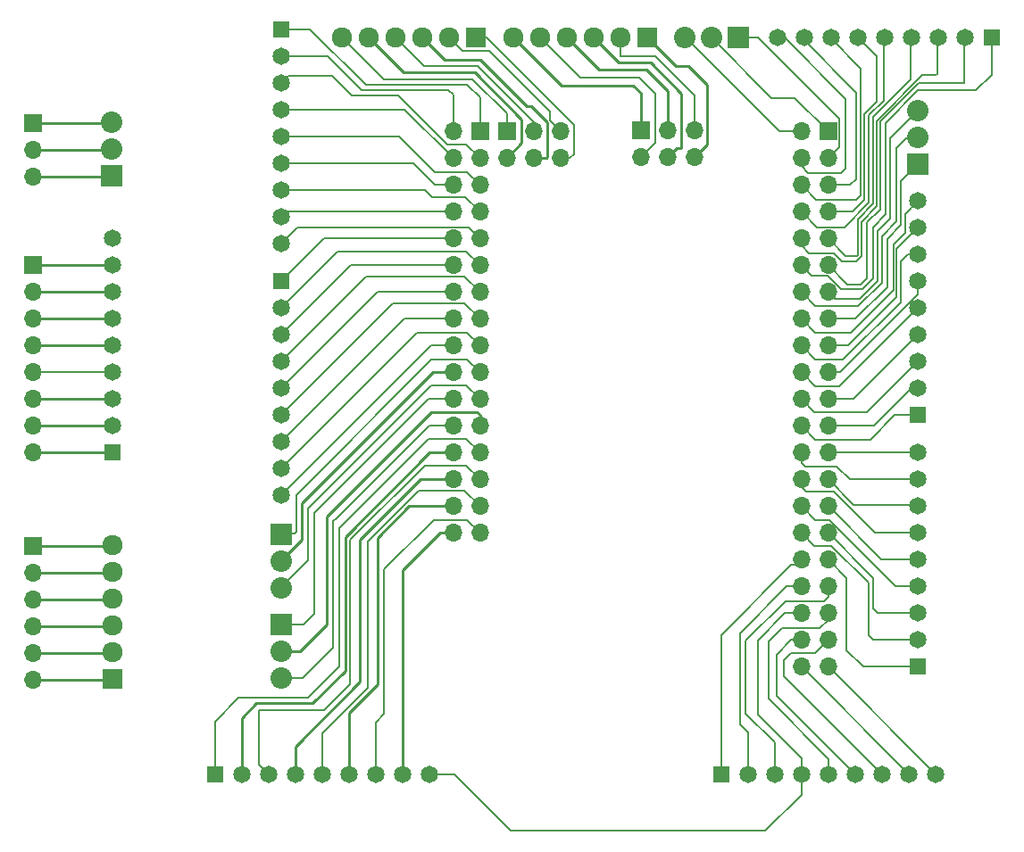
<source format=gbr>
%TF.GenerationSoftware,KiCad,Pcbnew,(6.0.9)*%
%TF.CreationDate,2023-02-05T01:27:45+02:00*%
%TF.ProjectId,Mega pro pins,4d656761-2070-4726-9f20-70696e732e6b,rev?*%
%TF.SameCoordinates,Original*%
%TF.FileFunction,Copper,L1,Top*%
%TF.FilePolarity,Positive*%
%FSLAX46Y46*%
G04 Gerber Fmt 4.6, Leading zero omitted, Abs format (unit mm)*
G04 Created by KiCad (PCBNEW (6.0.9)) date 2023-02-05 01:27:45*
%MOMM*%
%LPD*%
G01*
G04 APERTURE LIST*
%TA.AperFunction,ComponentPad*%
%ADD10R,1.650000X1.650000*%
%TD*%
%TA.AperFunction,ComponentPad*%
%ADD11C,1.650000*%
%TD*%
%TA.AperFunction,ComponentPad*%
%ADD12R,1.920000X1.920000*%
%TD*%
%TA.AperFunction,ComponentPad*%
%ADD13C,1.920000*%
%TD*%
%TA.AperFunction,ComponentPad*%
%ADD14R,2.040000X2.040000*%
%TD*%
%TA.AperFunction,ComponentPad*%
%ADD15C,2.040000*%
%TD*%
%TA.AperFunction,ComponentPad*%
%ADD16R,1.700000X1.700000*%
%TD*%
%TA.AperFunction,ComponentPad*%
%ADD17O,1.700000X1.700000*%
%TD*%
%TA.AperFunction,Conductor*%
%ADD18C,0.200000*%
%TD*%
%TA.AperFunction,Conductor*%
%ADD19C,0.250000*%
%TD*%
G04 APERTURE END LIST*
D10*
%TO.P,J6,1,1*%
%TO.N,N/C*%
X113588800Y-85696400D03*
D11*
%TO.P,J6,2,2*%
X113588800Y-88236400D03*
%TO.P,J6,3,3*%
X113588800Y-90776400D03*
%TO.P,J6,4,4*%
X113588800Y-93316400D03*
%TO.P,J6,5,5*%
X113588800Y-95856400D03*
%TO.P,J6,6,6*%
X113588800Y-98396400D03*
%TO.P,J6,7,7*%
X113588800Y-100936400D03*
%TO.P,J6,8,8*%
X113588800Y-103476400D03*
%TO.P,J6,9,9*%
X113588800Y-106016400D03*
%TD*%
D10*
%TO.P,J9,1,1*%
%TO.N,N/C*%
X97586800Y-125857000D03*
D11*
%TO.P,J9,2,2*%
X97586800Y-123317000D03*
%TO.P,J9,3,3*%
X97586800Y-120777000D03*
%TO.P,J9,4,4*%
X97586800Y-118237000D03*
%TO.P,J9,5,5*%
X97586800Y-115697000D03*
%TO.P,J9,6,6*%
X97586800Y-113157000D03*
%TO.P,J9,7,7*%
X97586800Y-110617000D03*
%TO.P,J9,8,8*%
X97586800Y-108077000D03*
%TO.P,J9,9,9*%
X97586800Y-105537000D03*
%TD*%
D12*
%TO.P,J2,1,1*%
%TO.N,N/C*%
X148310600Y-86534600D03*
D13*
%TO.P,J2,2,2*%
X145770600Y-86534600D03*
%TO.P,J2,3,3*%
X143230600Y-86534600D03*
%TO.P,J2,4,4*%
X140690600Y-86534600D03*
%TO.P,J2,5,5*%
X138150600Y-86534600D03*
%TO.P,J2,6,6*%
X135610600Y-86534600D03*
%TD*%
D14*
%TO.P,J3,1,1*%
%TO.N,N/C*%
X156921300Y-86534600D03*
D15*
%TO.P,J3,2,2*%
X154381300Y-86534600D03*
%TO.P,J3,3,3*%
X151841300Y-86534600D03*
%TD*%
D16*
%TO.P,18,1*%
%TO.N,N/C*%
X90068400Y-108102400D03*
D17*
%TO.P,18,2*%
X90068400Y-110642400D03*
%TO.P,18,3*%
X90068400Y-113182400D03*
%TO.P,18,4*%
X90068400Y-115722400D03*
%TO.P,18,5*%
X90068400Y-118262400D03*
%TO.P,18,6*%
X90068400Y-120802400D03*
%TO.P,18,7*%
X90068400Y-123342400D03*
%TO.P,18,8*%
X90068400Y-125882400D03*
%TD*%
D12*
%TO.P,J1,1,1*%
%TO.N,N/C*%
X132031700Y-86534600D03*
D13*
%TO.P,J1,2,2*%
X129491700Y-86534600D03*
%TO.P,J1,3,3*%
X126951700Y-86534600D03*
%TO.P,J1,4,4*%
X124411700Y-86534600D03*
%TO.P,J1,5,5*%
X121871700Y-86534600D03*
%TO.P,J1,6,6*%
X119331700Y-86534600D03*
%TD*%
D14*
%TO.P,J7,1,1*%
%TO.N,N/C*%
X173913800Y-98523500D03*
D15*
%TO.P,J7,2,2*%
X173913800Y-95983500D03*
%TO.P,J7,3,3*%
X173913800Y-93443500D03*
%TD*%
D10*
%TO.P,J16,1,1*%
%TO.N,N/C*%
X155295600Y-156418500D03*
D11*
%TO.P,J16,2,2*%
X157835600Y-156418500D03*
%TO.P,J16,3,3*%
X160375600Y-156418500D03*
%TO.P,J16,4,4*%
X162915600Y-156418500D03*
%TO.P,J16,5,5*%
X165455600Y-156418500D03*
%TO.P,J16,6,6*%
X167995600Y-156418500D03*
%TO.P,J16,7,7*%
X170535600Y-156418500D03*
%TO.P,J16,8,8*%
X173075600Y-156418500D03*
%TO.P,J16,9,9*%
X175615600Y-156418500D03*
%TD*%
D14*
%TO.P,J5,1,1*%
%TO.N,N/C*%
X97500000Y-99611500D03*
D15*
%TO.P,J5,2,2*%
X97500000Y-97071500D03*
%TO.P,J5,3,3*%
X97500000Y-94531500D03*
%TD*%
D16*
%TO.P,13,1*%
%TO.N,N/C*%
X134950200Y-95377000D03*
D17*
%TO.P,13,2*%
X134950200Y-97917000D03*
%TO.P,13,3*%
X137490200Y-95377000D03*
%TO.P,13,4*%
X137490200Y-97917000D03*
%TO.P,13,5*%
X140030200Y-95377000D03*
%TO.P,13,6*%
X140030200Y-97917000D03*
%TD*%
D12*
%TO.P,J13,1,1*%
%TO.N,N/C*%
X97586800Y-147396200D03*
D13*
%TO.P,J13,2,2*%
X97586800Y-144856200D03*
%TO.P,J13,3,3*%
X97586800Y-142316200D03*
%TO.P,J13,4,4*%
X97586800Y-139776200D03*
%TO.P,J13,5,5*%
X97586800Y-137236200D03*
%TO.P,J13,6,6*%
X97586800Y-134696200D03*
%TD*%
D10*
%TO.P,J10,1,1*%
%TO.N,N/C*%
X113588800Y-109597800D03*
D11*
%TO.P,J10,2,2*%
X113588800Y-112137800D03*
%TO.P,J10,3,3*%
X113588800Y-114677800D03*
%TO.P,J10,4,4*%
X113588800Y-117217800D03*
%TO.P,J10,5,5*%
X113588800Y-119757800D03*
%TO.P,J10,6,6*%
X113588800Y-122297800D03*
%TO.P,J10,7,7*%
X113588800Y-124837800D03*
%TO.P,J10,8,8*%
X113588800Y-127377800D03*
%TO.P,J10,9,9*%
X113588800Y-129917800D03*
%TD*%
D10*
%TO.P,J8,1,1*%
%TO.N,N/C*%
X173913800Y-122348600D03*
D11*
%TO.P,J8,2,2*%
X173913800Y-119808600D03*
%TO.P,J8,3,3*%
X173913800Y-117268600D03*
%TO.P,J8,4,4*%
X173913800Y-114728600D03*
%TO.P,J8,5,5*%
X173913800Y-112188600D03*
%TO.P,J8,6,6*%
X173913800Y-109648600D03*
%TO.P,J8,7,7*%
X173913800Y-107108600D03*
%TO.P,J8,8,8*%
X173913800Y-104568600D03*
%TO.P,J8,9,9*%
X173913800Y-102028600D03*
%TD*%
D14*
%TO.P,J11,1,1*%
%TO.N,N/C*%
X113588800Y-133626100D03*
D15*
%TO.P,J11,2,2*%
X113588800Y-136166100D03*
%TO.P,J11,3,3*%
X113588800Y-138706100D03*
%TD*%
D16*
%TO.P,14,1*%
%TO.N,N/C*%
X165500000Y-95400000D03*
D17*
%TO.P,14,2*%
X162960000Y-95400000D03*
%TO.P,14,3*%
X165500000Y-97940000D03*
%TO.P,14,4*%
X162960000Y-97940000D03*
%TO.P,14,5*%
X165500000Y-100480000D03*
%TO.P,14,6*%
X162960000Y-100480000D03*
%TO.P,14,7*%
X165500000Y-103020000D03*
%TO.P,14,8*%
X162960000Y-103020000D03*
%TO.P,14,9*%
X165500000Y-105560000D03*
%TO.P,14,10*%
X162960000Y-105560000D03*
%TO.P,14,11*%
X165500000Y-108100000D03*
%TO.P,14,12*%
X162960000Y-108100000D03*
%TO.P,14,13*%
X165500000Y-110640000D03*
%TO.P,14,14*%
X162960000Y-110640000D03*
%TO.P,14,15*%
X165500000Y-113180000D03*
%TO.P,14,16*%
X162960000Y-113180000D03*
%TO.P,14,17*%
X165500000Y-115720000D03*
%TO.P,14,18*%
X162960000Y-115720000D03*
%TO.P,14,19*%
X165500000Y-118260000D03*
%TO.P,14,20*%
X162960000Y-118260000D03*
%TO.P,14,21*%
X165500000Y-120800000D03*
%TO.P,14,22*%
X162960000Y-120800000D03*
%TO.P,14,23*%
X165500000Y-123340000D03*
%TO.P,14,24*%
X162960000Y-123340000D03*
%TO.P,14,25*%
X165500000Y-125880000D03*
%TO.P,14,26*%
X162960000Y-125880000D03*
%TO.P,14,27*%
X165500000Y-128420000D03*
%TO.P,14,28*%
X162960000Y-128420000D03*
%TO.P,14,29*%
X165500000Y-130960000D03*
%TO.P,14,30*%
X162960000Y-130960000D03*
%TO.P,14,31*%
X165500000Y-133500000D03*
%TO.P,14,32*%
X162960000Y-133500000D03*
%TO.P,14,33*%
X165500000Y-136040000D03*
%TO.P,14,34*%
X162960000Y-136040000D03*
%TO.P,14,35*%
X165500000Y-138580000D03*
%TO.P,14,36*%
X162960000Y-138580000D03*
%TO.P,14,37*%
X165500000Y-141120000D03*
%TO.P,14,38*%
X162960000Y-141120000D03*
%TO.P,14,39*%
X165500000Y-143660000D03*
%TO.P,14,40*%
X162960000Y-143660000D03*
%TO.P,14,41*%
X165500000Y-146200000D03*
%TO.P,14,42*%
X162960000Y-146200000D03*
%TD*%
D16*
%TO.P,16,1*%
%TO.N,N/C*%
X90063200Y-94600000D03*
D17*
%TO.P,16,2*%
X90063200Y-97140000D03*
%TO.P,16,3*%
X90063200Y-99680000D03*
%TD*%
D10*
%TO.P,J15,1,1*%
%TO.N,N/C*%
X107264200Y-156435400D03*
D11*
%TO.P,J15,2,2*%
X109804200Y-156435400D03*
%TO.P,J15,3,3*%
X112344200Y-156435400D03*
%TO.P,J15,4,4*%
X114884200Y-156435400D03*
%TO.P,J15,5,5*%
X117424200Y-156435400D03*
%TO.P,J15,6,6*%
X119964200Y-156435400D03*
%TO.P,J15,7,7*%
X122504200Y-156435400D03*
%TO.P,J15,8,8*%
X125044200Y-156435400D03*
%TO.P,J15,9,9*%
X127584200Y-156435400D03*
%TD*%
D16*
%TO.P,12,1*%
%TO.N,N/C*%
X132410200Y-95427800D03*
D17*
%TO.P,12,2*%
X129870200Y-95427800D03*
%TO.P,12,3*%
X132410200Y-97967800D03*
%TO.P,12,4*%
X129870200Y-97967800D03*
%TO.P,12,5*%
X132410200Y-100507800D03*
%TO.P,12,6*%
X129870200Y-100507800D03*
%TO.P,12,7*%
X132410200Y-103047800D03*
%TO.P,12,8*%
X129870200Y-103047800D03*
%TO.P,12,9*%
X132410200Y-105587800D03*
%TO.P,12,10*%
X129870200Y-105587800D03*
%TO.P,12,11*%
X132410200Y-108127800D03*
%TO.P,12,12*%
X129870200Y-108127800D03*
%TO.P,12,13*%
X132410200Y-110667800D03*
%TO.P,12,14*%
X129870200Y-110667800D03*
%TO.P,12,15*%
X132410200Y-113207800D03*
%TO.P,12,16*%
X129870200Y-113207800D03*
%TO.P,12,17*%
X132410200Y-115747800D03*
%TO.P,12,18*%
X129870200Y-115747800D03*
%TO.P,12,19*%
X132410200Y-118287800D03*
%TO.P,12,20*%
X129870200Y-118287800D03*
%TO.P,12,21*%
X132410200Y-120827800D03*
%TO.P,12,22*%
X129870200Y-120827800D03*
%TO.P,12,23*%
X132410200Y-123367800D03*
%TO.P,12,24*%
X129870200Y-123367800D03*
%TO.P,12,25*%
X132410200Y-125907800D03*
%TO.P,12,26*%
X129870200Y-125907800D03*
%TO.P,12,27*%
X132410200Y-128447800D03*
%TO.P,12,28*%
X129870200Y-128447800D03*
%TO.P,12,29*%
X132410200Y-130987800D03*
%TO.P,12,30*%
X129870200Y-130987800D03*
%TO.P,12,31*%
X132410200Y-133527800D03*
%TO.P,12,32*%
X129870200Y-133527800D03*
%TD*%
D10*
%TO.P,J12,1,1*%
%TO.N,N/C*%
X173913800Y-146224600D03*
D11*
%TO.P,J12,2,2*%
X173913800Y-143684600D03*
%TO.P,J12,3,3*%
X173913800Y-141144600D03*
%TO.P,J12,4,4*%
X173913800Y-138604600D03*
%TO.P,J12,5,5*%
X173913800Y-136064600D03*
%TO.P,J12,6,6*%
X173913800Y-133524600D03*
%TO.P,J12,7,7*%
X173913800Y-130984600D03*
%TO.P,J12,8,8*%
X173913800Y-128444600D03*
%TO.P,J12,9,9*%
X173913800Y-125904600D03*
%TD*%
D16*
%TO.P,19,1*%
%TO.N,N/C*%
X90068400Y-134747000D03*
D17*
%TO.P,19,2*%
X90068400Y-137287000D03*
%TO.P,19,3*%
X90068400Y-139827000D03*
%TO.P,19,4*%
X90068400Y-142367000D03*
%TO.P,19,5*%
X90068400Y-144907000D03*
%TO.P,19,6*%
X90068400Y-147447000D03*
%TD*%
D14*
%TO.P,J14,1,1*%
%TO.N,N/C*%
X113588800Y-142211400D03*
D15*
%TO.P,J14,2,2*%
X113588800Y-144751400D03*
%TO.P,J14,3,3*%
X113588800Y-147291400D03*
%TD*%
D16*
%TO.P,11,1*%
%TO.N,N/C*%
X147700000Y-95300000D03*
D17*
%TO.P,11,2*%
X147700000Y-97840000D03*
%TO.P,11,3*%
X150240000Y-95300000D03*
%TO.P,11,4*%
X150240000Y-97840000D03*
%TO.P,11,5*%
X152780000Y-95300000D03*
%TO.P,11,6*%
X152780000Y-97840000D03*
%TD*%
D10*
%TO.P,J4,1,1*%
%TO.N,N/C*%
X180924200Y-86512400D03*
D11*
%TO.P,J4,2,2*%
X178384200Y-86512400D03*
%TO.P,J4,3,3*%
X175844200Y-86512400D03*
%TO.P,J4,4,4*%
X173304200Y-86512400D03*
%TO.P,J4,5,5*%
X170764200Y-86512400D03*
%TO.P,J4,6,6*%
X168224200Y-86512400D03*
%TO.P,J4,7,7*%
X165684200Y-86512400D03*
%TO.P,J4,8,8*%
X163144200Y-86512400D03*
%TO.P,J4,9,9*%
X160604200Y-86512400D03*
%TD*%
D18*
%TO.N,*%
X113588800Y-88236400D02*
X117957600Y-88236400D01*
X165430200Y-95427800D02*
X162229800Y-92227400D01*
X166471600Y-96926400D02*
X166471600Y-94205400D01*
D19*
X127987400Y-118287800D02*
X129870200Y-118287800D01*
X152171400Y-89227000D02*
X153924000Y-90979600D01*
X97536000Y-137287000D02*
X97586800Y-137236200D01*
X146964400Y-91081200D02*
X147650200Y-91767000D01*
D18*
X165430200Y-138604600D02*
X165430200Y-138607800D01*
X114985800Y-133423000D02*
X114858800Y-133550000D01*
X127530200Y-120827800D02*
X116713000Y-131645000D01*
X178308000Y-90827200D02*
X178308000Y-86588600D01*
D19*
X90068400Y-120802400D02*
X97561400Y-120802400D01*
X151536400Y-97002600D02*
X151077400Y-97002600D01*
X90063200Y-97140000D02*
X97431500Y-97140000D01*
D18*
X149047200Y-91817800D02*
X147548600Y-90319200D01*
X132410200Y-110667800D02*
X130908400Y-109166000D01*
X139039600Y-93519600D02*
X133302400Y-87782400D01*
X160074100Y-92227400D02*
X154381300Y-86534600D01*
X160578800Y-149001700D02*
X167995600Y-156418500D01*
X115569900Y-147316900D02*
X113588800Y-147316900D01*
X127812800Y-117065400D02*
X114985800Y-129892400D01*
X118922800Y-106803800D02*
X113588800Y-112137800D01*
X132410200Y-97967800D02*
X131137000Y-96694600D01*
X131035400Y-101673000D02*
X127914400Y-101673000D01*
X129336800Y-96694600D02*
X124663200Y-92021000D01*
X120091200Y-134185000D02*
X120091200Y-147901000D01*
X122678800Y-110667800D02*
X113588800Y-119757800D01*
X175615600Y-156413200D02*
X175615600Y-156418500D01*
X126441200Y-114525400D02*
X113588800Y-127377800D01*
D19*
X151536400Y-91843200D02*
X151536400Y-97002600D01*
D18*
X121640600Y-109166000D02*
X113588800Y-117217800D01*
X165430200Y-100507800D02*
X167535200Y-100507800D01*
D19*
X131902200Y-89836600D02*
X136372600Y-94307000D01*
D18*
X129870200Y-91894000D02*
X129870200Y-95402400D01*
X132410200Y-115747800D02*
X131187800Y-114525400D01*
X172720000Y-103222400D02*
X173913800Y-102028600D01*
D19*
X138760200Y-97863000D02*
X138706200Y-97917000D01*
D18*
X163877600Y-109115200D02*
X165379400Y-109115200D01*
D19*
X97536000Y-134747000D02*
X97586800Y-134696200D01*
D18*
X160375600Y-156418500D02*
X160375600Y-153412800D01*
X131724400Y-90497000D02*
X123294100Y-90497000D01*
X167081200Y-98929800D02*
X166649400Y-99361600D01*
D19*
X109804200Y-151101400D02*
X111226600Y-149679000D01*
X117881400Y-142236800D02*
X117881400Y-132000600D01*
D18*
X132410200Y-105587800D02*
X131365600Y-104543200D01*
D19*
X90068400Y-110642400D02*
X97561400Y-110642400D01*
X126768200Y-128447800D02*
X129870200Y-128447800D01*
D18*
X169697400Y-143684600D02*
X173913800Y-143684600D01*
X131060800Y-127098400D02*
X127177800Y-127098400D01*
X175768000Y-89963600D02*
X175666400Y-90065200D01*
D19*
X90068400Y-134747000D02*
X97536000Y-134747000D01*
D18*
X174396400Y-90065200D02*
X170027600Y-94434000D01*
X168122600Y-99920400D02*
X168122600Y-91744800D01*
D19*
X97536000Y-144907000D02*
X97586800Y-144856200D01*
X115544600Y-130730600D02*
X127987400Y-118287800D01*
D18*
X164239600Y-144878400D02*
X161925000Y-144878400D01*
X159486600Y-161772600D02*
X135305800Y-161772600D01*
D19*
X113588800Y-136090000D02*
X115544600Y-134134200D01*
D18*
X122504200Y-151533200D02*
X122504200Y-156435400D01*
X126568200Y-129511400D02*
X121742200Y-134337400D01*
X173228000Y-90497000D02*
X173228000Y-86588600D01*
X129438400Y-91462200D02*
X129870200Y-91894000D01*
X168148000Y-107261000D02*
X168224200Y-107184800D01*
X132410200Y-100507800D02*
X131162400Y-99260000D01*
X134950200Y-93722800D02*
X131724400Y-90497000D01*
D19*
X97561400Y-120802400D02*
X97586800Y-120777000D01*
X114884200Y-156435400D02*
X114884200Y-153768400D01*
X90068400Y-147447000D02*
X97536000Y-147447000D01*
D18*
X117598800Y-105587800D02*
X113588800Y-109597800D01*
X129870200Y-105587800D02*
X117598800Y-105587800D01*
X128016000Y-132280000D02*
X123342400Y-136953600D01*
X116713000Y-131645000D02*
X116713000Y-141170000D01*
X120138800Y-108127800D02*
X113588800Y-114677800D01*
X132178400Y-89201600D02*
X127078700Y-89201600D01*
X132410200Y-113207800D02*
X130908400Y-111706000D01*
X157048200Y-151685600D02*
X157835600Y-152473000D01*
X118745000Y-132254600D02*
X118668800Y-132254600D01*
D19*
X136855200Y-93011600D02*
X137261600Y-93011600D01*
D18*
X167103400Y-107261000D02*
X168148000Y-107261000D01*
X140030200Y-95377000D02*
X139039600Y-94386400D01*
X119100600Y-146173800D02*
X116103400Y-149171000D01*
X158750000Y-150720400D02*
X162915600Y-154886000D01*
D19*
X132130800Y-122069200D02*
X132410200Y-122348600D01*
D18*
X169849800Y-133524600D02*
X165938200Y-129613000D01*
X164233200Y-117090800D02*
X166852600Y-117090800D01*
D19*
X136372600Y-94307000D02*
X136372600Y-96494600D01*
D18*
X116306600Y-85696400D02*
X113588800Y-85696400D01*
D19*
X125044200Y-156435400D02*
X125044200Y-137083800D01*
D18*
X132410200Y-103047800D02*
X131035400Y-101673000D01*
D19*
X143738600Y-89582600D02*
X148158200Y-89582600D01*
D18*
X161213800Y-147096700D02*
X170535600Y-156418500D01*
X132410200Y-118287800D02*
X131187800Y-117065400D01*
D19*
X90068400Y-137287000D02*
X97536000Y-137287000D01*
D18*
X127078700Y-89201600D02*
X124411700Y-86534600D01*
X145846800Y-88312600D02*
X145770600Y-88236400D01*
X168656000Y-110359800D02*
X169672000Y-109343800D01*
X165430200Y-125907800D02*
X173910600Y-125907800D01*
X171323000Y-103679600D02*
X171323000Y-96034300D01*
D19*
X117881400Y-132000600D02*
X127812800Y-122069200D01*
D18*
X165433400Y-138604600D02*
X165430200Y-138607800D01*
X165433400Y-136064600D02*
X165430200Y-136067800D01*
X166954200Y-104492400D02*
X169291000Y-102155600D01*
X170510200Y-109801000D02*
X170510200Y-105381400D01*
X170027600Y-92605200D02*
X168859200Y-93773600D01*
X125218800Y-93316400D02*
X129870200Y-97967800D01*
X127758800Y-115747800D02*
X113588800Y-129917800D01*
X168402000Y-111274200D02*
X170103800Y-109572400D01*
X167535200Y-100507800D02*
X168122600Y-99920400D01*
X145872200Y-88287200D02*
X145846800Y-88312600D01*
X162890200Y-110667800D02*
X164233200Y-112010800D01*
X161213800Y-145589600D02*
X161213800Y-147096700D01*
X129870200Y-95402400D02*
X129895600Y-95427800D01*
X116103400Y-149171000D02*
X109524800Y-149171000D01*
D19*
X97561400Y-113182400D02*
X97586800Y-113157000D01*
D18*
X168503600Y-101495200D02*
X168503600Y-89430200D01*
X180924200Y-90068400D02*
X180924200Y-86512400D01*
X166014400Y-106956200D02*
X163626800Y-106956200D01*
X163144200Y-86763200D02*
X163144200Y-86512400D01*
X130908400Y-109166000D02*
X121640600Y-109166000D01*
X131162400Y-132280000D02*
X128016000Y-132280000D01*
X173761400Y-130832200D02*
X173913800Y-130984600D01*
X130933800Y-129511400D02*
X126568200Y-129511400D01*
X147700000Y-97840000D02*
X149047200Y-96492800D01*
X170154600Y-141144600D02*
X169722800Y-140712800D01*
D19*
X153924000Y-90979600D02*
X153924000Y-96696000D01*
D18*
X113588800Y-93316400D02*
X125218800Y-93316400D01*
X114017400Y-103047800D02*
X113588800Y-103476400D01*
X173913800Y-133524600D02*
X169849800Y-133524600D01*
X173913800Y-110918600D02*
X173913800Y-109648600D01*
X165430200Y-146227800D02*
X175615600Y-156413200D01*
X169240200Y-138249000D02*
X169240200Y-143227400D01*
X140922400Y-97964600D02*
X140030200Y-97964600D01*
X116713000Y-141170000D02*
X115646100Y-142236900D01*
X170027600Y-88315800D02*
X170027600Y-92605200D01*
X172974000Y-107108600D02*
X173913800Y-107108600D01*
X165430200Y-128447800D02*
X167814600Y-130832200D01*
X111429800Y-155521000D02*
X112344200Y-156435400D01*
X129870200Y-110667800D02*
X122678800Y-110667800D01*
D19*
X153924000Y-96696000D02*
X152780000Y-97840000D01*
D18*
X173913800Y-128444600D02*
X167462200Y-128444600D01*
X158800800Y-86534600D02*
X156921300Y-86534600D01*
X166544600Y-118287800D02*
X173913800Y-110918600D01*
X164233200Y-119630800D02*
X166471600Y-119630800D01*
X161464600Y-138607800D02*
X157048200Y-143024200D01*
D19*
X119964200Y-150593400D02*
X122682000Y-147875600D01*
D18*
X158750000Y-143710000D02*
X158750000Y-150720400D01*
X129870200Y-108127800D02*
X120138800Y-108127800D01*
D19*
X132410200Y-122348600D02*
X132410200Y-123367800D01*
X128600200Y-133527800D02*
X129870200Y-133527800D01*
D18*
X170383200Y-102816000D02*
X170383200Y-94459400D01*
X164207800Y-132305400D02*
X165557200Y-132305400D01*
X124663200Y-92021000D02*
X120269000Y-92021000D01*
X170027600Y-94434000D02*
X170027600Y-102536600D01*
X121742200Y-148256600D02*
X117424200Y-152574600D01*
X131086200Y-106803800D02*
X118922800Y-106803800D01*
X157048200Y-143024200D02*
X157048200Y-151685600D01*
X120269000Y-92021000D02*
X118364000Y-90116000D01*
X165433400Y-133524600D02*
X165430200Y-133527800D01*
X168503600Y-89430200D02*
X165684200Y-86610800D01*
X162890200Y-113207800D02*
X164207800Y-114525400D01*
D19*
X137261600Y-93011600D02*
X138760200Y-94510200D01*
D18*
X170383200Y-94459400D02*
X174015400Y-90827200D01*
X172313600Y-111629800D02*
X172313600Y-107769000D01*
D19*
X122682000Y-133981800D02*
X125676000Y-130987800D01*
D18*
X155295600Y-156418500D02*
X155295600Y-143227400D01*
X162229800Y-92227400D02*
X160074100Y-92227400D01*
X137490200Y-94513400D02*
X132178400Y-89201600D01*
X129870200Y-123367800D02*
X127631800Y-123367800D01*
X160578800Y-145056200D02*
X160578800Y-149001700D01*
X157835600Y-152473000D02*
X157835600Y-156418500D01*
D19*
X90068400Y-144907000D02*
X97536000Y-144907000D01*
D18*
X173228000Y-86588600D02*
X173304200Y-86512400D01*
X168579800Y-107261000D02*
X168122600Y-107718200D01*
X165684200Y-86610800D02*
X165684200Y-86512400D01*
X162890200Y-138607800D02*
X161464600Y-138607800D01*
X125218800Y-113207800D02*
X113588800Y-124837800D01*
D19*
X125044200Y-137083800D02*
X128600200Y-133527800D01*
D18*
X163626800Y-106956200D02*
X162890200Y-106219600D01*
D19*
X97561400Y-123342400D02*
X97586800Y-123317000D01*
D18*
X165430200Y-108127800D02*
X167255800Y-109953400D01*
X131365600Y-104543200D02*
X115062000Y-104543200D01*
X165430200Y-143687800D02*
X164239600Y-144878400D01*
X147548600Y-90319200D02*
X141935200Y-90319200D01*
X164182400Y-124660000D02*
X169443400Y-124660000D01*
D19*
X116535200Y-149679000D02*
X119634000Y-146580200D01*
D18*
X149021800Y-88287200D02*
X145872200Y-88287200D01*
D19*
X90068400Y-113182400D02*
X97561400Y-113182400D01*
D18*
X132410200Y-108127800D02*
X131086200Y-106803800D01*
X117652800Y-150339400D02*
X111429800Y-150339400D01*
X145770600Y-88236400D02*
X145770600Y-86534600D01*
X118668800Y-132254600D02*
X118516400Y-132407000D01*
X166649400Y-99361600D02*
X163550600Y-99361600D01*
X132410200Y-95402400D02*
X132410200Y-92198800D01*
X123294100Y-90497000D02*
X119331700Y-86534600D01*
X132410200Y-120827800D02*
X131060800Y-119478400D01*
X132410200Y-133527800D02*
X131162400Y-132280000D01*
X129870200Y-115747800D02*
X127758800Y-115747800D01*
X165709600Y-134718400D02*
X169240200Y-138249000D01*
X159766000Y-143811600D02*
X161036000Y-142541600D01*
X129968600Y-156435400D02*
X127584200Y-156435400D01*
D19*
X138706200Y-97917000D02*
X137490200Y-97917000D01*
D18*
X161312200Y-141147800D02*
X158750000Y-143710000D01*
X118364000Y-90116000D02*
X114249200Y-90116000D01*
X90093800Y-118237000D02*
X90068400Y-118262400D01*
D19*
X115341300Y-144776900D02*
X117881400Y-142236800D01*
D18*
X135305800Y-161772600D02*
X129968600Y-156435400D01*
X172948500Y-95983500D02*
X173913800Y-95983500D01*
X109524800Y-149171000D02*
X107264200Y-151431600D01*
D19*
X121056400Y-147596200D02*
X121056400Y-134159600D01*
D18*
X161947200Y-143687800D02*
X160578800Y-145056200D01*
X165430200Y-115747800D02*
X167332000Y-115747800D01*
X162890200Y-103047800D02*
X164334800Y-104492400D01*
X168300400Y-112010800D02*
X170510200Y-109801000D01*
D19*
X90068400Y-139827000D02*
X97536000Y-139827000D01*
D18*
X168122600Y-91744800D02*
X167868600Y-91490800D01*
X168859200Y-101927000D02*
X167738400Y-103047800D01*
X157632400Y-150669600D02*
X157632400Y-143710000D01*
X162890200Y-100507800D02*
X164258600Y-101876200D01*
X168224200Y-103755800D02*
X169697400Y-102282600D01*
D19*
X122682000Y-147875600D02*
X122682000Y-133981800D01*
D18*
X165433400Y-130984600D02*
X165430200Y-130987800D01*
X179479600Y-91513000D02*
X180924200Y-90068400D01*
X127914400Y-101673000D02*
X127177800Y-100936400D01*
X165430200Y-105587800D02*
X167103400Y-107261000D01*
X162890200Y-133527800D02*
X164080800Y-134718400D01*
X171907200Y-111172600D02*
X171907200Y-106575200D01*
X163322000Y-129613000D02*
X162890200Y-129181200D01*
X165379400Y-109115200D02*
X166624000Y-110359800D01*
X173910600Y-125907800D02*
X173913800Y-125904600D01*
X165430200Y-120827800D02*
X167814600Y-120827800D01*
D19*
X140690600Y-86534600D02*
X143738600Y-89582600D01*
D18*
X173913800Y-136064600D02*
X170507000Y-136064600D01*
D19*
X148158200Y-89582600D02*
X150190200Y-91614600D01*
D18*
X160604200Y-86512400D02*
X161290000Y-86512400D01*
X168017800Y-113207800D02*
X171018200Y-110207400D01*
X132031700Y-86537100D02*
X133022300Y-86537100D01*
X114985800Y-129892400D02*
X114985800Y-133423000D01*
X162915600Y-158343600D02*
X159486600Y-161772600D01*
X118516400Y-144370400D02*
X115569900Y-147316900D01*
X169697400Y-102282600D02*
X169697400Y-94027600D01*
X172313600Y-104314600D02*
X172313600Y-100123700D01*
X151841300Y-86534600D02*
X151942800Y-86534600D01*
X152780000Y-95300000D02*
X152730200Y-95250200D01*
X131137000Y-96694600D02*
X129336800Y-96694600D01*
X164233200Y-112010800D02*
X168300400Y-112010800D01*
X171932600Y-103959000D02*
X171932600Y-96999400D01*
X165938200Y-129613000D02*
X163322000Y-129613000D01*
X168224200Y-86512400D02*
X170027600Y-88315800D01*
X165455600Y-154962200D02*
X159766000Y-149272600D01*
X169138600Y-122043800D02*
X173913800Y-117268600D01*
D19*
X127812800Y-122069200D02*
X132130800Y-122069200D01*
D18*
X171018200Y-105610000D02*
X172313600Y-104314600D01*
X167868600Y-91487600D02*
X163144200Y-86763200D01*
X162890200Y-115747800D02*
X164233200Y-117090800D01*
D19*
X135610600Y-86534600D02*
X140157200Y-91081200D01*
D18*
X132410200Y-92198800D02*
X131191000Y-90979600D01*
X169240200Y-143227400D02*
X169697400Y-143684600D01*
X173355000Y-119808600D02*
X173913800Y-119808600D01*
X127177800Y-127098400D02*
X120091200Y-134185000D01*
X164642800Y-142541600D02*
X165430200Y-141754200D01*
X149047200Y-96492800D02*
X149047200Y-91817800D01*
X127177800Y-100936400D02*
X113588800Y-100936400D01*
X107264200Y-151431600D02*
X107264200Y-156435400D01*
X127533400Y-124634600D02*
X119100600Y-133067400D01*
X170891200Y-103273200D02*
X170891200Y-94586400D01*
X164258600Y-101876200D02*
X168122600Y-101876200D01*
X175666400Y-90065200D02*
X174396400Y-90065200D01*
X170891200Y-94586400D02*
X173964600Y-91513000D01*
X173075600Y-156413200D02*
X173075600Y-156418500D01*
X168224200Y-107184800D02*
X168224200Y-103755800D01*
X134950200Y-95377000D02*
X134950200Y-93722800D01*
X162915600Y-154886000D02*
X162915600Y-156418500D01*
X113588800Y-98396400D02*
X126060200Y-98396400D01*
X131137000Y-124634600D02*
X127533400Y-124634600D01*
X164334800Y-104492400D02*
X166954200Y-104492400D01*
X172720000Y-105025800D02*
X172720000Y-103222400D01*
D19*
X132461000Y-88617400D02*
X136855200Y-93011600D01*
X148310600Y-86534600D02*
X151003000Y-89227000D01*
D18*
X121183400Y-91462200D02*
X129438400Y-91462200D01*
D19*
X97561400Y-125882400D02*
X97586800Y-125857000D01*
D18*
X168122600Y-107718200D02*
X166776400Y-107718200D01*
X168859200Y-93773600D02*
X168859200Y-101927000D01*
X132410200Y-128447800D02*
X131060800Y-127098400D01*
X114249200Y-90116000D02*
X113588800Y-90776400D01*
X166471600Y-119630800D02*
X173913800Y-112188600D01*
X132410200Y-125907800D02*
X131137000Y-124634600D01*
X161925000Y-144878400D02*
X161213800Y-145589600D01*
D19*
X143230600Y-86534600D02*
X145592800Y-88896800D01*
D18*
X165023800Y-139976200D02*
X165430200Y-139569800D01*
D19*
X97561400Y-115722400D02*
X97586800Y-115697000D01*
D18*
X126060200Y-98396400D02*
X128171600Y-100507800D01*
X167462200Y-128444600D02*
X166268400Y-127250800D01*
X116078000Y-131162400D02*
X116078000Y-136140800D01*
X167738400Y-103047800D02*
X165430200Y-103047800D01*
X170507000Y-136064600D02*
X165430200Y-130987800D01*
D19*
X109804200Y-156435400D02*
X109804200Y-151101400D01*
D18*
X123342400Y-136953600D02*
X123342400Y-150695000D01*
X119100600Y-133067400D02*
X119100600Y-146173800D01*
D19*
X115544600Y-134134200D02*
X115544600Y-130730600D01*
D18*
X128171600Y-100507800D02*
X129870200Y-100507800D01*
D19*
X97536000Y-142367000D02*
X97586800Y-142316200D01*
X138760200Y-94510200D02*
X138760200Y-97863000D01*
X150190200Y-95250200D02*
X150240000Y-95300000D01*
D18*
X162890200Y-146227800D02*
X173075600Y-156413200D01*
X169138600Y-104060600D02*
X170383200Y-102816000D01*
X175768000Y-86588600D02*
X175768000Y-89963600D01*
X171627800Y-106118000D02*
X172720000Y-105025800D01*
X131622800Y-87782400D02*
X131619600Y-87779200D01*
X130908400Y-111706000D02*
X124180600Y-111706000D01*
X169697400Y-94027600D02*
X173228000Y-90497000D01*
X165430200Y-136067800D02*
X167157400Y-137795000D01*
X171627800Y-110461400D02*
X171627800Y-106118000D01*
X162890200Y-126869800D02*
X162890200Y-125907800D01*
D19*
X90063200Y-94600000D02*
X97431500Y-94600000D01*
X151077400Y-97002600D02*
X150240000Y-97840000D01*
D18*
X167255800Y-109953400D02*
X168554400Y-109953400D01*
X167814600Y-130832200D02*
X173761400Y-130832200D01*
X133302400Y-87782400D02*
X131622800Y-87782400D01*
X178308000Y-86588600D02*
X178384200Y-86512400D01*
X123342400Y-150695000D02*
X122504200Y-151533200D01*
D19*
X129034500Y-88617400D02*
X132461000Y-88617400D01*
D18*
X170027600Y-102536600D02*
X168579800Y-103984400D01*
X170688000Y-92478200D02*
X170688000Y-86588600D01*
D19*
X90068400Y-108102400D02*
X97561400Y-108102400D01*
D18*
X162890200Y-108124600D02*
X162890200Y-108127800D01*
X117957600Y-88236400D02*
X121183400Y-91462200D01*
X167081200Y-92303600D02*
X167081200Y-98929800D01*
D19*
X97561400Y-110642400D02*
X97586800Y-110617000D01*
D18*
X169291000Y-102155600D02*
X169291000Y-93875200D01*
D19*
X114884200Y-153768400D02*
X121056400Y-147596200D01*
D18*
X167157400Y-137795000D02*
X167157400Y-144649800D01*
X169672000Y-104492400D02*
X170891200Y-103273200D01*
X162890200Y-143687800D02*
X161947200Y-143687800D01*
X168579800Y-103984400D02*
X168579800Y-107261000D01*
X124714000Y-95856400D02*
X113588800Y-95856400D01*
X129870200Y-120827800D02*
X127530200Y-120827800D01*
D19*
X97431500Y-97140000D02*
X97500000Y-97071500D01*
D18*
X162890200Y-130987800D02*
X164207800Y-132305400D01*
X165430200Y-139569800D02*
X165430200Y-138607800D01*
X162890200Y-129181200D02*
X162890200Y-128447800D01*
X166776400Y-107718200D02*
X166014400Y-106956200D01*
X160375600Y-153412800D02*
X157632400Y-150669600D01*
D19*
X119634000Y-133905600D02*
X127631800Y-125907800D01*
X90068400Y-115722400D02*
X97561400Y-115722400D01*
D18*
X131060800Y-119478400D02*
X127762000Y-119478400D01*
X163550600Y-99361600D02*
X162890200Y-98701200D01*
X162890200Y-141147800D02*
X161312200Y-141147800D01*
X161290000Y-86512400D02*
X167081200Y-92303600D01*
D19*
X126951700Y-86534600D02*
X129034500Y-88617400D01*
X97561400Y-108102400D02*
X97586800Y-108077000D01*
X148590000Y-88896800D02*
X151536400Y-91843200D01*
D18*
X168732200Y-146224600D02*
X173913800Y-146224600D01*
X171907200Y-106575200D02*
X173913800Y-104568600D01*
D19*
X113588800Y-144776900D02*
X115341300Y-144776900D01*
D18*
X124180600Y-111706000D02*
X113588800Y-122297800D01*
X133022300Y-86537100D02*
X141300200Y-94815000D01*
X132410200Y-130987800D02*
X130933800Y-129511400D01*
D19*
X147650200Y-95250200D02*
X147700000Y-95300000D01*
D18*
X162915600Y-156418500D02*
X162915600Y-158343600D01*
X165557200Y-132305400D02*
X171856400Y-138604600D01*
X172313600Y-100123700D02*
X173913800Y-98523500D01*
X175844200Y-86512400D02*
X175768000Y-86588600D01*
D19*
X90068400Y-142367000D02*
X97536000Y-142367000D01*
D18*
X161036000Y-142541600D02*
X164642800Y-142541600D01*
X169138600Y-109369200D02*
X169138600Y-104060600D01*
X166624000Y-110359800D02*
X168656000Y-110359800D01*
X165430200Y-97967800D02*
X166471600Y-96926400D01*
X167563800Y-114525400D02*
X171627800Y-110461400D01*
X169672000Y-109343800D02*
X169672000Y-104492400D01*
X114858800Y-133550000D02*
X113588800Y-133550000D01*
D19*
X151003000Y-89227000D02*
X152171400Y-89227000D01*
X125173700Y-89836600D02*
X131902200Y-89836600D01*
D18*
X165430200Y-118287800D02*
X166544600Y-118287800D01*
X169291000Y-93875200D02*
X170688000Y-92478200D01*
X171754800Y-122348600D02*
X173913800Y-122348600D01*
D19*
X121871700Y-86534600D02*
X125173700Y-89836600D01*
D18*
X165430200Y-141754200D02*
X165430200Y-141147800D01*
X166268400Y-127250800D02*
X163271200Y-127250800D01*
X167157400Y-144649800D02*
X168732200Y-146224600D01*
X120091200Y-147901000D02*
X117652800Y-150339400D01*
X161950400Y-136572600D02*
X162385400Y-136572600D01*
X167814600Y-120827800D02*
X173913800Y-114728600D01*
X164207800Y-114525400D02*
X167563800Y-114525400D01*
X139039600Y-94386400D02*
X139039600Y-93519600D01*
X169443400Y-124660000D02*
X171754800Y-122348600D01*
D19*
X111226600Y-149679000D02*
X116535200Y-149679000D01*
X97536000Y-147447000D02*
X97586800Y-147396200D01*
X147650200Y-91767000D02*
X147650200Y-95250200D01*
X121056400Y-134159600D02*
X126768200Y-128447800D01*
D18*
X165430200Y-123367800D02*
X169795800Y-123367800D01*
X165430200Y-110667800D02*
X166036600Y-111274200D01*
X171018200Y-110207400D02*
X171018200Y-105610000D01*
X152730200Y-91995600D02*
X149021800Y-88287200D01*
X165433400Y-128444600D02*
X165430200Y-128447800D01*
X111429800Y-150339400D02*
X111429800Y-155521000D01*
X115646100Y-142236900D02*
X113588800Y-142236900D01*
X152730200Y-95250200D02*
X152730200Y-91995600D01*
D19*
X90068400Y-123342400D02*
X97561400Y-123342400D01*
D18*
X129870200Y-103047800D02*
X114017400Y-103047800D01*
X141300200Y-97586800D02*
X140922400Y-97964600D01*
D19*
X145592800Y-88896800D02*
X148590000Y-88896800D01*
D18*
X157632400Y-143710000D02*
X161366200Y-139976200D01*
X162890200Y-118287800D02*
X164233200Y-119630800D01*
X131619600Y-87779200D02*
X130736300Y-87779200D01*
X170688000Y-86588600D02*
X170764200Y-86512400D01*
X169722800Y-140712800D02*
X169722800Y-137817200D01*
X169795800Y-123367800D02*
X173355000Y-119808600D01*
X141300200Y-94815000D02*
X141300200Y-97586800D01*
D19*
X97431500Y-94600000D02*
X97500000Y-94531500D01*
D18*
X128117600Y-99260000D02*
X124714000Y-95856400D01*
D19*
X90063200Y-99680000D02*
X97431500Y-99680000D01*
D18*
X162385400Y-136572600D02*
X162890200Y-136067800D01*
D19*
X97431500Y-99680000D02*
X97500000Y-99611500D01*
D18*
X171856400Y-138604600D02*
X173913800Y-138604600D01*
X162890200Y-106219600D02*
X162890200Y-105587800D01*
X141935200Y-90319200D02*
X138150600Y-86534600D01*
X170103800Y-104898800D02*
X171323000Y-103679600D01*
X161366200Y-139976200D02*
X165023800Y-139976200D01*
X127631800Y-123367800D02*
X118745000Y-132254600D01*
X164106200Y-122043800D02*
X169138600Y-122043800D01*
X129870200Y-113207800D02*
X125218800Y-113207800D01*
D19*
X119964200Y-156435400D02*
X119964200Y-150593400D01*
D18*
X169392600Y-137487000D02*
X169389400Y-137487000D01*
X131162400Y-99260000D02*
X128117600Y-99260000D01*
X170103800Y-109572400D02*
X170103800Y-104898800D01*
X137490200Y-95377000D02*
X137490200Y-94513400D01*
X164080800Y-134718400D02*
X165709600Y-134718400D01*
D19*
X150190200Y-91614600D02*
X150190200Y-95250200D01*
D18*
X151942800Y-86534600D02*
X160836000Y-95427800D01*
X168554400Y-109953400D02*
X169138600Y-109369200D01*
X121742200Y-134337400D02*
X121742200Y-148256600D01*
X169722800Y-137817200D02*
X169392600Y-137487000D01*
X167332000Y-115747800D02*
X171907200Y-111172600D01*
X132031700Y-86534600D02*
X132031700Y-86537100D01*
X166471600Y-94205400D02*
X158800800Y-86534600D01*
X117424200Y-152574600D02*
X117424200Y-156435400D01*
X159766000Y-149272600D02*
X159766000Y-143811600D01*
D19*
X140157200Y-91081200D02*
X146964400Y-91081200D01*
D18*
X162890200Y-108127800D02*
X163877600Y-109115200D01*
X169389400Y-137487000D02*
X165430200Y-133527800D01*
X115062000Y-104543200D02*
X113588800Y-106016400D01*
X166036600Y-111274200D02*
X168402000Y-111274200D01*
X162890200Y-120827800D02*
X164106200Y-122043800D01*
X118516400Y-132407000D02*
X118516400Y-144370400D01*
D19*
X119634000Y-146580200D02*
X119634000Y-133905600D01*
D18*
X170510200Y-105381400D02*
X171932600Y-103959000D01*
D19*
X97536000Y-139827000D02*
X97586800Y-139776200D01*
D18*
X165430200Y-113207800D02*
X168017800Y-113207800D01*
X97586800Y-118237000D02*
X90093800Y-118237000D01*
X173913800Y-141144600D02*
X170154600Y-141144600D01*
D19*
X125676000Y-130987800D02*
X129870200Y-130987800D01*
D18*
X162890200Y-98701200D02*
X162890200Y-97967800D01*
X131187800Y-117065400D02*
X127812800Y-117065400D01*
X171323000Y-96034300D02*
X173913800Y-93443500D01*
X127762000Y-119478400D02*
X116078000Y-131162400D01*
X174015400Y-90827200D02*
X178308000Y-90827200D01*
X131191000Y-90979600D02*
X121589800Y-90979600D01*
X168122600Y-101876200D02*
X168503600Y-101495200D01*
X165455600Y-156418500D02*
X165455600Y-154962200D01*
D19*
X127631800Y-125907800D02*
X129870200Y-125907800D01*
D18*
X116078000Y-136140800D02*
X113588800Y-138630000D01*
X173964600Y-91513000D02*
X179479600Y-91513000D01*
X160836000Y-95427800D02*
X162890200Y-95427800D01*
D19*
X90068400Y-125882400D02*
X97561400Y-125882400D01*
D18*
X171932600Y-96999400D02*
X172948500Y-95983500D01*
D19*
X136372600Y-96494600D02*
X134950200Y-97917000D01*
D18*
X121589800Y-90979600D02*
X116306600Y-85696400D01*
X130736300Y-87779200D02*
X129491700Y-86534600D01*
X162890200Y-123367800D02*
X164182400Y-124660000D01*
X166852600Y-117090800D02*
X172313600Y-111629800D01*
X155295600Y-143227400D02*
X161950400Y-136572600D01*
X163271200Y-127250800D02*
X162890200Y-126869800D01*
X131187800Y-114525400D02*
X126441200Y-114525400D01*
X172313600Y-107769000D02*
X172974000Y-107108600D01*
%TD*%
M02*

</source>
